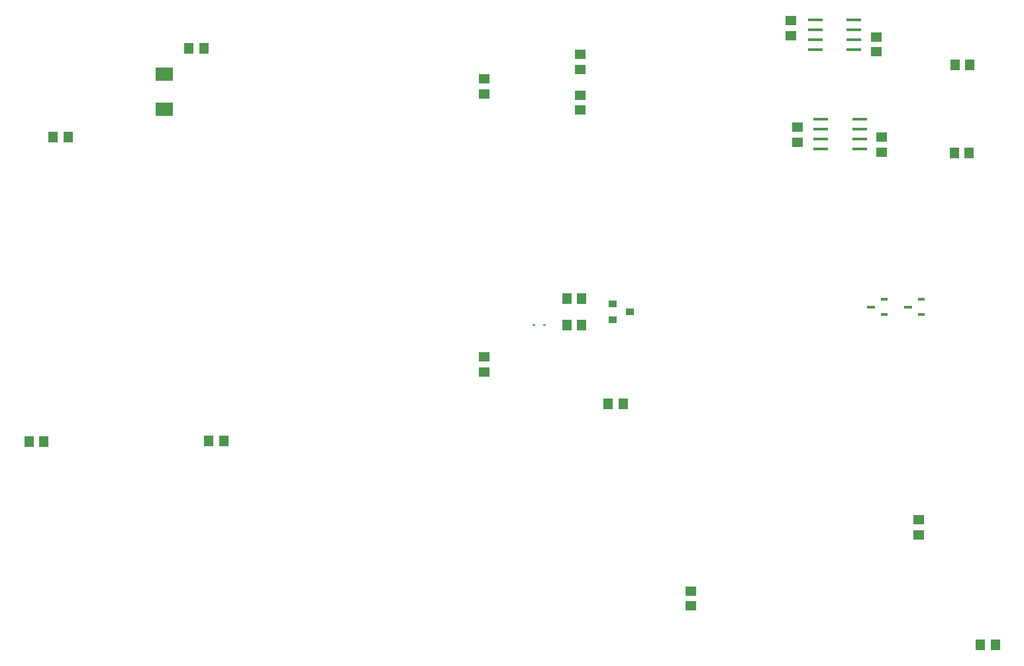
<source format=gbr>
%FSLAX23Y23*%
%MOIN*%
G04 EasyPC Gerber Version 17.0 Build 3379 *
%ADD97R,0.04700X0.05600*%
%ADD103R,0.01400X0.00900*%
%ADD101R,0.03600X0.01600*%
%ADD102R,0.04371X0.01600*%
%ADD99R,0.07400X0.01800*%
%ADD104R,0.04400X0.03600*%
%ADD98R,0.05600X0.04700*%
%ADD100R,0.08655X0.06687*%
X0Y0D02*
D02*
D97*
X408Y1519D03*
X483D03*
X529Y3050D03*
X604D03*
X1212Y3497D03*
X1287D03*
X1313Y1520D03*
X1388D03*
X3115Y2106D03*
Y2237D03*
X3190Y2106D03*
Y2237D03*
X3322Y1708D03*
X3397D03*
X5065Y2972D03*
X5067Y3415D03*
X5140Y2972D03*
X5142Y3415D03*
X5196Y496D03*
X5271D03*
D02*
D98*
X2699Y3269D03*
Y3344D03*
X2700Y1869D03*
Y1944D03*
X3181Y3188D03*
Y3263D03*
Y3392D03*
Y3467D03*
X3738Y690D03*
Y765D03*
X4242Y3563D03*
Y3638D03*
X4276Y3025D03*
Y3100D03*
X4671Y3480D03*
Y3555D03*
X4699Y2975D03*
Y3050D03*
X4886Y1049D03*
Y1124D03*
D02*
D99*
X4365Y3491D03*
Y3541D03*
Y3591D03*
Y3641D03*
X4393Y2991D03*
Y3041D03*
Y3091D03*
Y3141D03*
X4559Y3491D03*
Y3541D03*
Y3591D03*
Y3641D03*
X4587Y2991D03*
Y3041D03*
Y3091D03*
Y3141D03*
D02*
D100*
X1088Y3190D03*
Y3367D03*
D02*
D101*
X4713Y2159D03*
Y2234D03*
X4899Y2159D03*
Y2234D03*
D02*
D102*
X4646Y2196D03*
X4832D03*
D02*
D103*
X2947Y2105D03*
X3002D03*
D02*
D104*
X3344Y2133D03*
Y2213D03*
X3431Y2173D03*
X0Y0D02*
M02*

</source>
